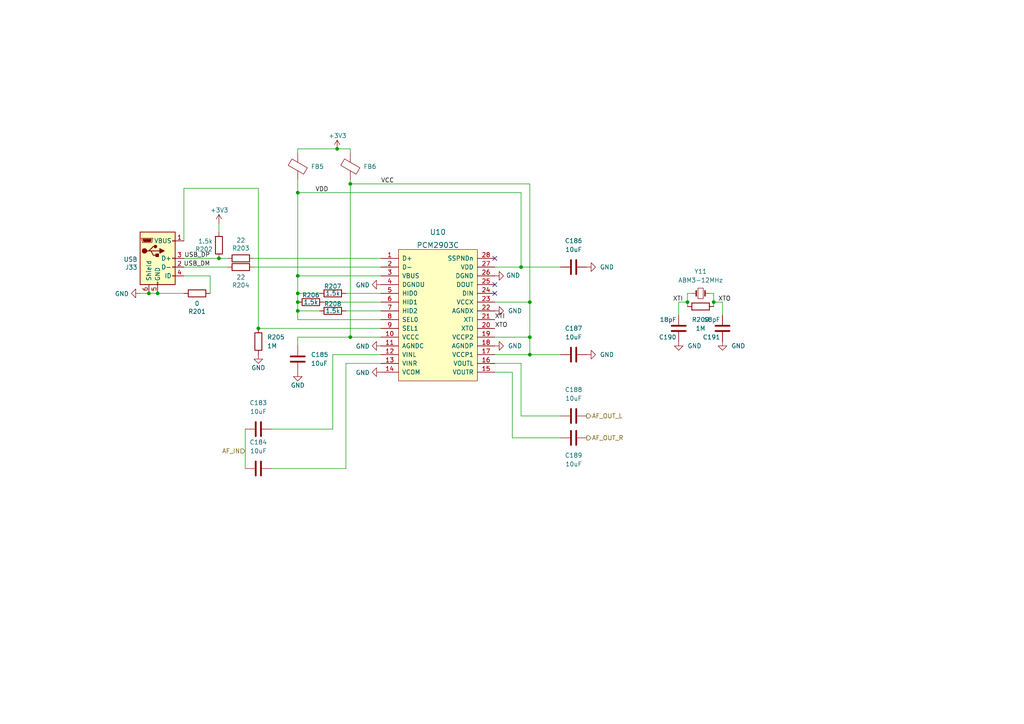
<source format=kicad_sch>
(kicad_sch (version 20211123) (generator eeschema)
  (paper "A4")
  (lib_symbols
    (symbol "Connector:USB_B_Micro" (pin_names (offset 1.016))
      (property "Reference" "J" (at -5.08 11.43 0))
      (property "Value" "USB_B_Micro" (at -5.08 8.89 0))
      (symbol "USB_B_Micro_0_1"
        (rectangle (start -5.08 -7.62) (end 5.08 7.62) (stroke (width 0.254)) (fill (type background)))
        (circle (center -3.81 2.159) (radius 0.635) (stroke (width 0.254)) (fill (type outline)))
        (circle (center -0.635 3.429) (radius 0.381) (stroke (width 0.254)) (fill (type outline)))
        (rectangle (start -0.127 -7.62) (end 0.127 -6.858))
        (polyline (pts (xy -1.905 2.159) (xy 0.635 2.159)) (stroke (width 0.254)))
        (polyline (pts (xy -3.175 2.159) (xy -2.54 2.159) (xy -1.27 3.429) (xy -0.635 3.429)) (stroke (width 0.254)))
        (polyline (pts (xy -2.54 2.159) (xy -1.905 2.159) (xy -1.27 0.889) (xy 0 0.889)) (stroke (width 0.254)))
        (polyline (pts (xy 0.635 2.794) (xy 0.635 1.524) (xy 1.905 2.159) (xy 0.635 2.794)) (stroke (width 0.254)) (fill (type outline)))
        (polyline (pts (xy -4.318 5.588) (xy -1.778 5.588) (xy -2.032 4.826) (xy -4.064 4.826) (xy -4.318 5.588)) (fill (type outline)))
        (polyline (pts (xy -4.699 5.842) (xy -4.699 5.588) (xy -4.445 4.826) (xy -4.445 4.572) (xy -1.651 4.572) (xy -1.651 4.826) (xy -1.397 5.588) (xy -1.397 5.842) (xy -4.699 5.842)))
        (rectangle (start 0.254 1.27) (end -0.508 0.508) (stroke (width 0.254)) (fill (type outline)))
        (rectangle (start 5.08 -5.207) (end 4.318 -4.953))
        (rectangle (start 5.08 -2.667) (end 4.318 -2.413))
        (rectangle (start 5.08 -0.127) (end 4.318 0.127))
        (rectangle (start 5.08 4.953) (end 4.318 5.207))
      )
      (symbol "USB_B_Micro_1_1"
        (pin power_out line (at 7.62 5.08 180) (length 2.54) (name "VBUS") (number "1"))
        (pin bidirectional line (at 7.62 -2.54 180) (length 2.54) (name "D-") (number "2"))
        (pin bidirectional line (at 7.62 0 180) (length 2.54) (name "D+") (number "3"))
        (pin passive line (at 7.62 -5.08 180) (length 2.54) (name "ID") (number "4"))
        (pin power_out line (at 0 -10.16 90) (length 2.54) (name "GND") (number "5"))
        (pin passive line (at -2.54 -10.16 90) (length 2.54) (name "Shield") (number "6"))
      )
    )
    (symbol "Device:C" (pin_numbers hide) (pin_names (offset 0.254))
      (property "Reference" "C" (at 0.635 2.54 0))
      (property "Value" "C" (at 0.635 -2.54 0))
      (symbol "C_0_1"
        (polyline (pts (xy -2.032 -0.762) (xy 2.032 -0.762)) (stroke (width 0.508)))
        (polyline (pts (xy -2.032 0.762) (xy 2.032 0.762)) (stroke (width 0.508)))
      )
      (symbol "C_1_1"
        (pin passive line (at 0 3.81 270) (length 2.794) (name "~") (number "1"))
        (pin passive line (at 0 -3.81 90) (length 2.794) (name "~") (number "2"))
      )
    )
    (symbol "Device:Crystal_Small" (pin_numbers hide) (pin_names (offset 1.016) hide)
      (property "Reference" "Y" (at 0 2.54 0))
      (property "Value" "Crystal_Small" (at 0 -2.54 0))
      (symbol "Crystal_Small_0_1"
        (rectangle (start -0.762 -1.524) (end 0.762 1.524))
        (polyline (pts (xy -1.27 -0.762) (xy -1.27 0.762)) (stroke (width 0.381)))
        (polyline (pts (xy 1.27 -0.762) (xy 1.27 0.762)) (stroke (width 0.381)))
      )
      (symbol "Crystal_Small_1_1"
        (pin passive line (at -2.54 0 0) (length 1.27) (name "1") (number "1"))
        (pin passive line (at 2.54 0 180) (length 1.27) (name "2") (number "2"))
      )
    )
    (symbol "Device:FerriteBead" (pin_numbers hide) (pin_names (offset 0))
      (property "Reference" "FB" (at -3.81 0.635 90))
      (property "Value" "FerriteBead" (at 3.81 0 90))
      (symbol "FerriteBead_0_1"
        (polyline (pts (xy 0 -1.27) (xy 0 -1.2192)))
        (polyline (pts (xy 0 1.27) (xy 0 1.2954)))
        (polyline (pts (xy -2.7686 0.4064) (xy -1.7018 2.2606) (xy 2.7686 -0.3048) (xy 1.6764 -2.159) (xy -2.7686 0.4064)))
      )
      (symbol "FerriteBead_1_1"
        (pin passive line (at 0 3.81 270) (length 2.54) (name "~") (number "1"))
        (pin passive line (at 0 -3.81 90) (length 2.54) (name "~") (number "2"))
      )
    )
    (symbol "Device:R" (pin_numbers hide) (pin_names (offset 0))
      (property "Reference" "R" (at 2.032 0 90))
      (property "Value" "R" (at 0 0 90))
      (symbol "R_0_1"
        (rectangle (start -1.016 -2.54) (end 1.016 2.54) (stroke (width 0.254)))
      )
      (symbol "R_1_1"
        (pin passive line (at 0 3.81 270) (length 1.27) (name "~") (number "1"))
        (pin passive line (at 0 -3.81 90) (length 1.27) (name "~") (number "2"))
      )
    )
    (symbol "mpb:PCM2903C" (pin_names (offset 1.016))
      (property "Reference" "U" (at -1.27 21.59 0))
      (property "Value" "PCM2903C" (at -1.27 -21.59 0))
      (symbol "PCM2903C_0_1"
        (rectangle (start -11.43 19.05) (end 11.43 -19.05) (fill (type background)))
      )
      (symbol "PCM2903C_1_1"
        (pin bidirectional line (at -16.51 16.51 0) (length 5.08) (name "D+") (number "1"))
        (pin power_in line (at -16.51 -6.35 0) (length 5.08) (name "VCCC") (number "10"))
        (pin power_in line (at -16.51 -8.89 0) (length 5.08) (name "AGNDC") (number "11"))
        (pin input line (at -16.51 -11.43 0) (length 5.08) (name "VINL") (number "12"))
        (pin input line (at -16.51 -13.97 0) (length 5.08) (name "VINR") (number "13"))
        (pin power_out line (at -16.51 -16.51 0) (length 5.08) (name "VCOM") (number "14"))
        (pin output line (at 16.51 -16.51 180) (length 5.08) (name "VOUTR") (number "15"))
        (pin input line (at 16.51 -13.97 180) (length 5.08) (name "VOUTL") (number "16"))
        (pin power_in line (at 16.51 -11.43 180) (length 5.08) (name "VCCP1") (number "17"))
        (pin power_in line (at 16.51 -8.89 180) (length 5.08) (name "AGNDP") (number "18"))
        (pin power_in line (at 16.51 -6.35 180) (length 5.08) (name "VCCP2") (number "19"))
        (pin bidirectional line (at -16.51 13.97 0) (length 5.08) (name "D-") (number "2"))
        (pin bidirectional line (at 16.51 -3.81 180) (length 5.08) (name "XTO") (number "20"))
        (pin bidirectional line (at 16.51 -1.27 180) (length 5.08) (name "XTI") (number "21"))
        (pin power_in line (at 16.51 1.27 180) (length 5.08) (name "AGNDX") (number "22"))
        (pin power_in line (at 16.51 3.81 180) (length 5.08) (name "VCCX") (number "23"))
        (pin input line (at 16.51 6.35 180) (length 5.08) (name "DIN") (number "24"))
        (pin output line (at 16.51 8.89 180) (length 5.08) (name "DOUT") (number "25"))
        (pin power_in line (at 16.51 11.43 180) (length 5.08) (name "DGND") (number "26"))
        (pin power_in line (at 16.51 13.97 180) (length 5.08) (name "VDD") (number "27"))
        (pin output line (at 16.51 16.51 180) (length 5.08) (name "SSPNDn") (number "28"))
        (pin power_in line (at -16.51 11.43 0) (length 5.08) (name "VBUS") (number "3"))
        (pin power_in line (at -16.51 8.89 0) (length 5.08) (name "DGNDU") (number "4"))
        (pin input line (at -16.51 6.35 0) (length 5.08) (name "HID0") (number "5"))
        (pin input line (at -16.51 3.81 0) (length 5.08) (name "HID1") (number "6"))
        (pin input line (at -16.51 1.27 0) (length 5.08) (name "HID2") (number "7"))
        (pin input line (at -16.51 -1.27 0) (length 5.08) (name "SEL0") (number "8"))
        (pin input line (at -16.51 -3.81 0) (length 5.08) (name "SEL1") (number "9"))
      )
    )
    (symbol "power:+3V3" (power) (pin_names (offset 0))
      (property "Value" "+3V3" (at 0 3.556 0))
      (symbol "+3V3_0_1"
        (polyline (pts (xy -0.762 1.27) (xy 0 2.54)))
        (polyline (pts (xy 0 0) (xy 0 2.54)))
        (polyline (pts (xy 0 2.54) (xy 0.762 1.27)))
      )
      (symbol "+3V3_1_1"
        (pin power_in line (at 0 0 90) (length 0) hide (name "+3V3") (number "1"))
      )
    )
    (symbol "power:GND" (power) (pin_names (offset 0))
      (property "Value" "GND" (at 0 -3.81 0))
      (symbol "GND_0_1"
        (polyline (pts (xy 0 0) (xy 0 -1.27) (xy 1.27 -1.27) (xy 0 -2.54) (xy -1.27 -1.27) (xy 0 -1.27)))
      )
      (symbol "GND_1_1"
        (pin power_in line (at 0 0 270) (length 0) hide (name "GND") (number "1"))
      )
    )
  )
  (junction (at 86.36 90.17))
  (junction (at 86.36 80.01))
  (junction (at 45.72 85.09))
  (junction (at 101.6 53.34))
  (junction (at 74.93 95.25))
  (junction (at 63.5 74.93))
  (junction (at 207.01 87.63))
  (junction (at 153.67 102.87))
  (junction (at 86.36 87.63))
  (junction (at 86.36 55.88))
  (junction (at 153.67 87.63))
  (junction (at 86.36 85.09))
  (junction (at 43.18 85.09))
  (junction (at 199.39 87.63))
  (junction (at 97.79 43.18))
  (junction (at 153.67 97.79))
  (junction (at 101.6 97.79))
  (junction (at 151.13 77.47))
  (no_connect (at 143.51 82.55))
  (no_connect (at 143.51 85.09))
  (no_connect (at 143.51 74.93))
  (wire (pts (xy 74.93 54.61) (xy 74.93 95.25)))
  (wire (pts (xy 86.36 80.01) (xy 86.36 85.09)))
  (wire (pts (xy 101.6 43.18) (xy 101.6 44.45)))
  (wire (pts (xy 143.51 77.47) (xy 151.13 77.47)))
  (wire (pts (xy 86.36 87.63) (xy 86.36 90.17)))
  (wire (pts (xy 73.66 77.47) (xy 110.49 77.47)))
  (wire (pts (xy 71.12 124.46) (xy 71.12 135.89)))
  (wire (pts (xy 63.5 64.77) (xy 63.5 67.31)))
  (wire (pts (xy 143.51 102.87) (xy 153.67 102.87)))
  (wire (pts (xy 151.13 120.65) (xy 151.13 105.41)))
  (wire (pts (xy 43.18 85.09) (xy 45.72 85.09)))
  (wire (pts (xy 151.13 105.41) (xy 143.51 105.41)))
  (wire (pts (xy 100.33 90.17) (xy 110.49 90.17)))
  (wire (pts (xy 66.04 77.47) (xy 53.34 77.47)))
  (wire (pts (xy 86.36 52.07) (xy 86.36 55.88)))
  (wire (pts (xy 199.39 87.63) (xy 199.39 88.9)))
  (wire (pts (xy 143.51 97.79) (xy 153.67 97.79)))
  (wire (pts (xy 96.52 124.46) (xy 96.52 102.87)))
  (wire (pts (xy 86.36 85.09) (xy 86.36 87.63)))
  (wire (pts (xy 86.36 90.17) (xy 92.71 90.17)))
  (wire (pts (xy 151.13 55.88) (xy 151.13 77.47)))
  (wire (pts (xy 143.51 107.95) (xy 148.59 107.95)))
  (wire (pts (xy 78.74 124.46) (xy 96.52 124.46)))
  (wire (pts (xy 73.66 74.93) (xy 110.49 74.93)))
  (wire (pts (xy 162.56 120.65) (xy 151.13 120.65)))
  (wire (pts (xy 205.74 85.09) (xy 207.01 85.09)))
  (wire (pts (xy 97.79 43.18) (xy 101.6 43.18)))
  (wire (pts (xy 60.96 85.09) (xy 60.96 80.01)))
  (wire (pts (xy 100.33 105.41) (xy 100.33 135.89)))
  (wire (pts (xy 207.01 87.63) (xy 207.01 88.9)))
  (wire (pts (xy 92.71 85.09) (xy 86.36 85.09)))
  (wire (pts (xy 100.33 135.89) (xy 78.74 135.89)))
  (wire (pts (xy 143.51 87.63) (xy 153.67 87.63)))
  (wire (pts (xy 148.59 127) (xy 162.56 127)))
  (wire (pts (xy 93.98 87.63) (xy 110.49 87.63)))
  (wire (pts (xy 153.67 53.34) (xy 101.6 53.34)))
  (wire (pts (xy 53.34 54.61) (xy 74.93 54.61)))
  (wire (pts (xy 148.59 107.95) (xy 148.59 127)))
  (wire (pts (xy 86.36 90.17) (xy 86.36 92.71)))
  (wire (pts (xy 101.6 53.34) (xy 101.6 52.07)))
  (wire (pts (xy 110.49 105.41) (xy 100.33 105.41)))
  (wire (pts (xy 96.52 102.87) (xy 110.49 102.87)))
  (wire (pts (xy 196.85 87.63) (xy 199.39 87.63)))
  (wire (pts (xy 86.36 44.45) (xy 86.36 43.18)))
  (wire (pts (xy 63.5 74.93) (xy 53.34 74.93)))
  (wire (pts (xy 200.66 85.09) (xy 199.39 85.09)))
  (wire (pts (xy 86.36 97.79) (xy 101.6 97.79)))
  (wire (pts (xy 153.67 97.79) (xy 153.67 87.63)))
  (wire (pts (xy 153.67 102.87) (xy 162.56 102.87)))
  (wire (pts (xy 86.36 92.71) (xy 110.49 92.71)))
  (wire (pts (xy 45.72 85.09) (xy 53.34 85.09)))
  (wire (pts (xy 199.39 85.09) (xy 199.39 87.63)))
  (wire (pts (xy 86.36 43.18) (xy 97.79 43.18)))
  (wire (pts (xy 101.6 97.79) (xy 110.49 97.79)))
  (wire (pts (xy 40.64 85.09) (xy 43.18 85.09)))
  (wire (pts (xy 153.67 102.87) (xy 153.67 97.79)))
  (wire (pts (xy 86.36 55.88) (xy 86.36 80.01)))
  (wire (pts (xy 53.34 69.85) (xy 53.34 54.61)))
  (wire (pts (xy 74.93 95.25) (xy 110.49 95.25)))
  (wire (pts (xy 151.13 77.47) (xy 162.56 77.47)))
  (wire (pts (xy 196.85 91.44) (xy 196.85 87.63)))
  (wire (pts (xy 86.36 80.01) (xy 110.49 80.01)))
  (wire (pts (xy 86.36 55.88) (xy 151.13 55.88)))
  (wire (pts (xy 63.5 74.93) (xy 66.04 74.93)))
  (wire (pts (xy 209.55 87.63) (xy 207.01 87.63)))
  (wire (pts (xy 207.01 85.09) (xy 207.01 87.63)))
  (wire (pts (xy 60.96 80.01) (xy 53.34 80.01)))
  (wire (pts (xy 101.6 53.34) (xy 101.6 97.79)))
  (wire (pts (xy 209.55 91.44) (xy 209.55 87.63)))
  (wire (pts (xy 86.36 97.79) (xy 86.36 100.33)))
  (wire (pts (xy 153.67 87.63) (xy 153.67 53.34)))
  (wire (pts (xy 100.33 85.09) (xy 110.49 85.09)))
  (label "XTO" (at 208.28 87.63 0))
  (label "VDD" (at 91.44 55.88 0))
  (label "XTO" (at 143.51 95.25 0))
  (label "USB_DM" (at 60.96 77.47 180))
  (label "XTI" (at 198.12 87.63 180))
  (label "USB_DP" (at 60.96 74.93 180))
  (label "VCC" (at 110.49 53.34 0))
  (label "XTI" (at 143.51 92.71 0))
  (hierarchical_label "AF_OUT_L" (shape output) (at 170.18 120.65 0))
  (hierarchical_label "AF_IN" (shape input) (at 71.12 130.81 180))
  (hierarchical_label "AF_OUT_R" (shape output) (at 170.18 127 0))
  (symbol (lib_id "power:GND") (at 143.51 90.17 90) (unit 1)
    (property "Reference" "#PWR0260" (effects hide))
    (property "Value" "GND" (at 147.32 90.1699 90) (effects (justify right)))
  )
  (symbol (lib_id "power:+3V3") (at 97.79 43.18 0) (unit 1)
    (property "Reference" "#PWR0255" (effects hide))
    (property "Value" "+3V3" (at 95.25 39.37 0) (effects (justify left)))
  )
  (symbol (lib_id "Connector:USB_B_Micro") (at 45.72 74.93 0) (unit 1)
    (property "Reference" "J33" (at 39.878 77.5462 0) (effects (justify right)))
    (property "Value" "USB" (at 39.878 75.2348 0) (effects (justify right)))
    (property "Footprint" "Connector_USB:USB_Micro-B_Molex-105017-0001" (effects hide))
    (property "MPN" "Molex 104017-0001" (effects hide))
    (property "Need_order" "0" (effects hide))
  )
  (symbol (lib_id "Device:R") (at 90.17 87.63 90) (unit 1)
    (property "Reference" "R206" (at 90.17 85.598 90))
    (property "Value" "1.5k" (at 90.17 87.63 90))
    (property "Footprint" "Resistor_SMD:R_0603_1608Metric" (effects hide))
  )
  (symbol (lib_id "Device:FerriteBead") (at 101.6 48.26 180) (unit 1)
    (property "Reference" "FB6" (at 105.41 48.3107 0) (effects (justify right)))
    (property "Value" "BLM18BB221SN1D" (effects hide))
    (property "Footprint" "Inductor_SMD:L_0603_1608Metric_Pad1.05x0.95mm_HandSolder" (effects hide))
    (property "MPN" "BLM18BB221SN1D" (effects hide))
    (property "Need_order" "0" (effects hide))
  )
  (symbol (lib_id "Device:R") (at 57.15 85.09 90) (unit 1)
    (property "Reference" "R201" (at 57.15 90.3478 90))
    (property "Value" "0" (at 57.15 88.0364 90))
    (property "Footprint" "Resistor_SMD:R_0603_1608Metric_Pad0.98x0.95mm_HandSolder" (effects hide))
    (property "Need_order" "0" (effects hide))
  )
  (symbol (lib_id "Device:R") (at 96.52 90.17 90) (unit 1)
    (property "Reference" "R208" (at 96.52 88.138 90))
    (property "Value" "1.5k" (at 96.52 90.17 90))
    (property "Footprint" "Resistor_SMD:R_0603_1608Metric" (effects hide))
  )
  (symbol (lib_id "power:GND") (at 110.49 107.95 270) (unit 1)
    (property "Reference" "#PWR0258" (effects hide))
    (property "Value" "GND" (at 107.2388 108.077 90) (effects (justify right)))
  )
  (symbol (lib_id "Device:R") (at 69.85 77.47 90) (unit 1)
    (property "Reference" "R204" (at 69.85 82.7278 90))
    (property "Value" "22" (at 69.85 80.4164 90))
    (property "Footprint" "Resistor_SMD:R_0603_1608Metric_Pad0.98x0.95mm_HandSolder" (effects hide))
    (property "Need_order" "0" (effects hide))
  )
  (symbol (lib_id "Device:Crystal_Small") (at 203.2 85.09 0) (unit 1)
    (property "Reference" "Y11" (at 203.2 78.74 0))
    (property "Value" "ABM3-12MHz" (at 203.2 81.28 0))
    (property "Footprint" "mpb:ABM3" (effects hide))
  )
  (symbol (lib_id "Device:C") (at 86.36 104.14 180) (unit 1)
    (property "Reference" "C185" (at 90.17 102.8699 0) (effects (justify right)))
    (property "Value" "10uF" (at 90.17 105.4099 0) (effects (justify right)))
    (property "Footprint" "Capacitor_SMD:C_0805_2012Metric_Pad1.18x1.45mm_HandSolder" (effects hide))
    (property "MPN" "GRM21BR6YA106ME" (effects hide))
  )
  (symbol (lib_id "Device:R") (at 63.5 71.12 0) (unit 1)
    (property "Reference" "R202" (at 61.722 72.2884 0) (effects (justify right)))
    (property "Value" "1.5k" (at 61.722 69.977 0) (effects (justify right)))
    (property "Footprint" "Resistor_SMD:R_0603_1608Metric_Pad0.98x0.95mm_HandSolder" (effects hide))
    (property "Need_order" "0" (effects hide))
  )
  (symbol (lib_id "power:GND") (at 209.55 99.06 0) (unit 1)
    (property "Reference" "#PWR0265" (effects hide))
    (property "Value" "GND" (at 212.09 100.3299 0) (effects (justify left)))
  )
  (symbol (lib_id "Device:C") (at 74.93 124.46 90) (unit 1)
    (property "Reference" "C183" (at 74.93 116.84 90))
    (property "Value" "10uF" (at 74.93 119.38 90))
    (property "Footprint" "Capacitor_SMD:C_0805_2012Metric_Pad1.18x1.45mm_HandSolder" (effects hide))
    (property "MPN" "GRM21BR6YA106ME" (effects hide))
  )
  (symbol (lib_id "Device:C") (at 74.93 135.89 90) (unit 1)
    (property "Reference" "C184" (at 74.93 128.27 90))
    (property "Value" "10uF" (at 74.93 130.81 90))
    (property "Footprint" "Capacitor_SMD:C_0805_2012Metric_Pad1.18x1.45mm_HandSolder" (effects hide))
    (property "MPN" "GRM21BR6YA106ME" (effects hide))
  )
  (symbol (lib_id "power:GND") (at 170.18 102.87 90) (unit 1)
    (property "Reference" "#PWR0263" (effects hide))
    (property "Value" "GND" (at 173.99 102.8699 90) (effects (justify right)))
  )
  (symbol (lib_id "Device:FerriteBead") (at 86.36 48.26 180) (unit 1)
    (property "Reference" "FB5" (at 90.17 48.3107 0) (effects (justify right)))
    (property "Value" "BLM18BB221SN1D" (effects hide))
    (property "Footprint" "Inductor_SMD:L_0603_1608Metric_Pad1.05x0.95mm_HandSolder" (effects hide))
    (property "MPN" "BLM18BB221SN1D" (effects hide))
    (property "Need_order" "0" (effects hide))
  )
  (symbol (lib_id "mpb:PCM2903C") (at 127 91.44 0) (unit 1)
    (property "Reference" "U10" (at 127 67.31 0) (effects (font (size 1.524 1.524))))
    (property "Value" "PCM2903C" (at 127 71.12 0) (effects (font (size 1.524 1.524))))
    (property "Footprint" "Package_SO:SSOP-28_5.3x10.2mm_P0.65mm" (effects hide))
    (property "Datasheet" "/home/bram/Sync/Doc/Datasheet/pcm2903c.pdf" (effects hide))
  )
  (symbol (lib_id "power:GND") (at 110.49 100.33 270) (unit 1)
    (property "Reference" "#PWR0257" (effects hide))
    (property "Value" "GND" (at 107.2388 100.457 90) (effects (justify right)))
  )
  (symbol (lib_id "Device:R") (at 203.2 88.9 90) (unit 1)
    (property "Reference" "R209" (at 203.2 92.71 90))
    (property "Value" "1M" (at 203.2 95.25 90))
    (property "Footprint" "Resistor_SMD:R_0603_1608Metric" (effects hide))
  )
  (symbol (lib_id "power:GND") (at 143.51 100.33 90) (unit 1)
    (property "Reference" "#PWR0261" (effects hide))
    (property "Value" "GND" (at 147.32 100.3299 90) (effects (justify right)))
  )
  (symbol (lib_id "power:GND") (at 170.18 77.47 90) (unit 1)
    (property "Reference" "#PWR0262" (effects hide))
    (property "Value" "GND" (at 173.99 77.4699 90) (effects (justify right)))
  )
  (symbol (lib_id "Device:C") (at 166.37 77.47 270) (unit 1)
    (property "Reference" "C186" (at 166.37 69.85 90))
    (property "Value" "10uF" (at 166.37 72.39 90))
    (property "Footprint" "Capacitor_SMD:C_0805_2012Metric_Pad1.18x1.45mm_HandSolder" (effects hide))
    (property "MPN" "GRM21BR6YA106ME" (effects hide))
  )
  (symbol (lib_id "Device:C") (at 166.37 102.87 270) (unit 1)
    (property "Reference" "C187" (at 166.37 95.25 90))
    (property "Value" "10uF" (at 166.37 97.79 90))
    (property "Footprint" "Capacitor_SMD:C_0805_2012Metric_Pad1.18x1.45mm_HandSolder" (effects hide))
    (property "MPN" "GRM21BR6YA106ME" (effects hide))
  )
  (symbol (lib_id "Device:C") (at 209.55 95.25 180) (unit 1)
    (property "Reference" "C191" (at 208.915 97.79 0) (effects (justify left)))
    (property "Value" "18pF" (at 208.915 92.71 0) (effects (justify left)))
    (property "Footprint" "Capacitor_SMD:C_1206_3216Metric" (effects hide))
    (property "MPN" "CBR" (effects hide))
  )
  (symbol (lib_id "power:GND") (at 143.51 80.01 90) (unit 1)
    (property "Reference" "#PWR0259" (effects hide))
    (property "Value" "GND" (at 146.7612 79.883 90) (effects (justify right)))
  )
  (symbol (lib_id "Device:R") (at 74.93 99.06 180) (unit 1)
    (property "Reference" "R205" (at 77.47 97.7899 0) (effects (justify right)))
    (property "Value" "1M" (at 77.47 100.3299 0) (effects (justify right)))
    (property "Footprint" "Resistor_SMD:R_0603_1608Metric" (effects hide))
  )
  (symbol (lib_id "Device:R") (at 96.52 85.09 90) (unit 1)
    (property "Reference" "R207" (at 96.52 83.058 90))
    (property "Value" "1.5k" (at 96.52 85.09 90))
    (property "Footprint" "Resistor_SMD:R_0603_1608Metric" (effects hide))
  )
  (symbol (lib_id "power:+3V3") (at 63.5 64.77 0) (unit 1)
    (property "Reference" "#PWR0252" (effects hide))
    (property "Value" "+3V3" (at 60.96 60.96 0) (effects (justify left)))
  )
  (symbol (lib_id "power:GND") (at 196.85 99.06 0) (unit 1)
    (property "Reference" "#PWR0264" (effects hide))
    (property "Value" "GND" (at 199.39 100.3299 0) (effects (justify left)))
  )
  (symbol (lib_id "power:GND") (at 74.93 102.87 0) (unit 1)
    (property "Reference" "#PWR0253" (effects hide))
    (property "Value" "GND" (at 74.93 106.68 0))
  )
  (symbol (lib_id "Device:R") (at 69.85 74.93 90) (unit 1)
    (property "Reference" "R203" (at 69.85 72.009 90))
    (property "Value" "22" (at 69.85 69.6976 90))
    (property "Footprint" "Resistor_SMD:R_0603_1608Metric_Pad0.98x0.95mm_HandSolder" (effects hide))
    (property "Need_order" "0" (effects hide))
  )
  (symbol (lib_id "power:GND") (at 110.49 82.55 270) (unit 1)
    (property "Reference" "#PWR0256" (effects hide))
    (property "Value" "GND" (at 107.2388 82.677 90) (effects (justify right)))
  )
  (symbol (lib_id "Device:C") (at 196.85 95.25 180) (unit 1)
    (property "Reference" "C190" (at 196.215 97.79 0) (effects (justify left)))
    (property "Value" "18pF" (at 196.215 92.71 0) (effects (justify left)))
    (property "Footprint" "Capacitor_SMD:C_1206_3216Metric" (effects hide))
    (property "MPN" "CBR" (effects hide))
  )
  (symbol (lib_id "power:GND") (at 40.64 85.09 270) (unit 1)
    (property "Reference" "#PWR0251" (effects hide))
    (property "Value" "GND" (at 37.3888 85.217 90) (effects (justify right)))
  )
  (symbol (lib_id "Device:C") (at 166.37 127 270) (unit 1)
    (property "Reference" "C189" (at 166.37 132.08 90))
    (property "Value" "10uF" (at 166.37 134.62 90))
    (property "Footprint" "Capacitor_SMD:C_0805_2012Metric_Pad1.18x1.45mm_HandSolder" (effects hide))
    (property "MPN" "GRM21BR6YA106ME" (effects hide))
  )
  (symbol (lib_id "power:GND") (at 86.36 107.95 0) (unit 1)
    (property "Reference" "#PWR0254" (effects hide))
    (property "Value" "GND" (at 86.36 111.76 0))
  )
  (symbol (lib_id "Device:C") (at 166.37 120.65 270) (unit 1)
    (property "Reference" "C188" (at 166.37 113.03 90))
    (property "Value" "10uF" (at 166.37 115.57 90))
    (property "Footprint" "Capacitor_SMD:C_0805_2012Metric_Pad1.18x1.45mm_HandSolder" (effects hide))
    (property "MPN" "GRM21BR6YA106ME" (effects hide))
  )
)
</source>
